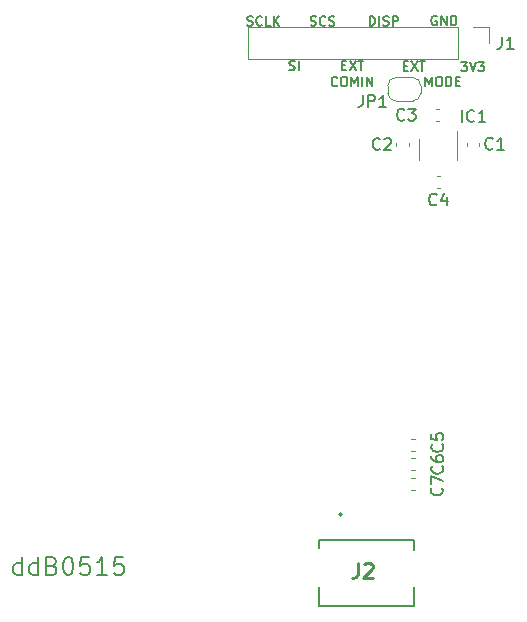
<source format=gbr>
%TF.GenerationSoftware,KiCad,Pcbnew,5.1.7-a382d34a8~88~ubuntu20.04.1*%
%TF.CreationDate,2020-12-22T17:38:33+00:00*%
%TF.ProjectId,DisplayBreakoutBoard,44697370-6c61-4794-9272-65616b6f7574,v1*%
%TF.SameCoordinates,Original*%
%TF.FileFunction,Legend,Top*%
%TF.FilePolarity,Positive*%
%FSLAX46Y46*%
G04 Gerber Fmt 4.6, Leading zero omitted, Abs format (unit mm)*
G04 Created by KiCad (PCBNEW 5.1.7-a382d34a8~88~ubuntu20.04.1) date 2020-12-22 17:38:33*
%MOMM*%
%LPD*%
G01*
G04 APERTURE LIST*
%ADD10C,0.150000*%
%ADD11C,0.200000*%
%ADD12C,0.120000*%
%ADD13C,0.254000*%
G04 APERTURE END LIST*
D10*
X30575714Y-79878571D02*
X30575714Y-78378571D01*
X30575714Y-79807142D02*
X30432857Y-79878571D01*
X30147142Y-79878571D01*
X30004285Y-79807142D01*
X29932857Y-79735714D01*
X29861428Y-79592857D01*
X29861428Y-79164285D01*
X29932857Y-79021428D01*
X30004285Y-78950000D01*
X30147142Y-78878571D01*
X30432857Y-78878571D01*
X30575714Y-78950000D01*
X31932857Y-79878571D02*
X31932857Y-78378571D01*
X31932857Y-79807142D02*
X31789999Y-79878571D01*
X31504285Y-79878571D01*
X31361428Y-79807142D01*
X31289999Y-79735714D01*
X31218571Y-79592857D01*
X31218571Y-79164285D01*
X31289999Y-79021428D01*
X31361428Y-78950000D01*
X31504285Y-78878571D01*
X31789999Y-78878571D01*
X31932857Y-78950000D01*
X33147142Y-79092857D02*
X33361428Y-79164285D01*
X33432857Y-79235714D01*
X33504285Y-79378571D01*
X33504285Y-79592857D01*
X33432857Y-79735714D01*
X33361428Y-79807142D01*
X33218571Y-79878571D01*
X32647142Y-79878571D01*
X32647142Y-78378571D01*
X33147142Y-78378571D01*
X33289999Y-78450000D01*
X33361428Y-78521428D01*
X33432857Y-78664285D01*
X33432857Y-78807142D01*
X33361428Y-78950000D01*
X33289999Y-79021428D01*
X33147142Y-79092857D01*
X32647142Y-79092857D01*
X34432857Y-78378571D02*
X34575714Y-78378571D01*
X34718571Y-78450000D01*
X34790000Y-78521428D01*
X34861428Y-78664285D01*
X34932857Y-78950000D01*
X34932857Y-79307142D01*
X34861428Y-79592857D01*
X34790000Y-79735714D01*
X34718571Y-79807142D01*
X34575714Y-79878571D01*
X34432857Y-79878571D01*
X34290000Y-79807142D01*
X34218571Y-79735714D01*
X34147142Y-79592857D01*
X34075714Y-79307142D01*
X34075714Y-78950000D01*
X34147142Y-78664285D01*
X34218571Y-78521428D01*
X34290000Y-78450000D01*
X34432857Y-78378571D01*
X36290000Y-78378571D02*
X35575714Y-78378571D01*
X35504285Y-79092857D01*
X35575714Y-79021428D01*
X35718571Y-78950000D01*
X36075714Y-78950000D01*
X36218571Y-79021428D01*
X36290000Y-79092857D01*
X36361428Y-79235714D01*
X36361428Y-79592857D01*
X36290000Y-79735714D01*
X36218571Y-79807142D01*
X36075714Y-79878571D01*
X35718571Y-79878571D01*
X35575714Y-79807142D01*
X35504285Y-79735714D01*
X37790000Y-79878571D02*
X36932857Y-79878571D01*
X37361428Y-79878571D02*
X37361428Y-78378571D01*
X37218571Y-78592857D01*
X37075714Y-78735714D01*
X36932857Y-78807142D01*
X39147142Y-78378571D02*
X38432857Y-78378571D01*
X38361428Y-79092857D01*
X38432857Y-79021428D01*
X38575714Y-78950000D01*
X38932857Y-78950000D01*
X39075714Y-79021428D01*
X39147142Y-79092857D01*
X39218571Y-79235714D01*
X39218571Y-79592857D01*
X39147142Y-79735714D01*
X39075714Y-79807142D01*
X38932857Y-79878571D01*
X38575714Y-79878571D01*
X38432857Y-79807142D01*
X38361428Y-79735714D01*
X49647619Y-33323809D02*
X49761904Y-33361904D01*
X49952380Y-33361904D01*
X50028571Y-33323809D01*
X50066666Y-33285714D01*
X50104761Y-33209523D01*
X50104761Y-33133333D01*
X50066666Y-33057142D01*
X50028571Y-33019047D01*
X49952380Y-32980952D01*
X49800000Y-32942857D01*
X49723809Y-32904761D01*
X49685714Y-32866666D01*
X49647619Y-32790476D01*
X49647619Y-32714285D01*
X49685714Y-32638095D01*
X49723809Y-32600000D01*
X49800000Y-32561904D01*
X49990476Y-32561904D01*
X50104761Y-32600000D01*
X50904761Y-33285714D02*
X50866666Y-33323809D01*
X50752380Y-33361904D01*
X50676190Y-33361904D01*
X50561904Y-33323809D01*
X50485714Y-33247619D01*
X50447619Y-33171428D01*
X50409523Y-33019047D01*
X50409523Y-32904761D01*
X50447619Y-32752380D01*
X50485714Y-32676190D01*
X50561904Y-32600000D01*
X50676190Y-32561904D01*
X50752380Y-32561904D01*
X50866666Y-32600000D01*
X50904761Y-32638095D01*
X51628571Y-33361904D02*
X51247619Y-33361904D01*
X51247619Y-32561904D01*
X51895238Y-33361904D02*
X51895238Y-32561904D01*
X52352380Y-33361904D02*
X52009523Y-32904761D01*
X52352380Y-32561904D02*
X51895238Y-33019047D01*
X53205952Y-37098809D02*
X53320238Y-37136904D01*
X53510714Y-37136904D01*
X53586904Y-37098809D01*
X53625000Y-37060714D01*
X53663095Y-36984523D01*
X53663095Y-36908333D01*
X53625000Y-36832142D01*
X53586904Y-36794047D01*
X53510714Y-36755952D01*
X53358333Y-36717857D01*
X53282142Y-36679761D01*
X53244047Y-36641666D01*
X53205952Y-36565476D01*
X53205952Y-36489285D01*
X53244047Y-36413095D01*
X53282142Y-36375000D01*
X53358333Y-36336904D01*
X53548809Y-36336904D01*
X53663095Y-36375000D01*
X54005952Y-37136904D02*
X54005952Y-36336904D01*
X55015476Y-33323809D02*
X55129761Y-33361904D01*
X55320238Y-33361904D01*
X55396428Y-33323809D01*
X55434523Y-33285714D01*
X55472619Y-33209523D01*
X55472619Y-33133333D01*
X55434523Y-33057142D01*
X55396428Y-33019047D01*
X55320238Y-32980952D01*
X55167857Y-32942857D01*
X55091666Y-32904761D01*
X55053571Y-32866666D01*
X55015476Y-32790476D01*
X55015476Y-32714285D01*
X55053571Y-32638095D01*
X55091666Y-32600000D01*
X55167857Y-32561904D01*
X55358333Y-32561904D01*
X55472619Y-32600000D01*
X56272619Y-33285714D02*
X56234523Y-33323809D01*
X56120238Y-33361904D01*
X56044047Y-33361904D01*
X55929761Y-33323809D01*
X55853571Y-33247619D01*
X55815476Y-33171428D01*
X55777380Y-33019047D01*
X55777380Y-32904761D01*
X55815476Y-32752380D01*
X55853571Y-32676190D01*
X55929761Y-32600000D01*
X56044047Y-32561904D01*
X56120238Y-32561904D01*
X56234523Y-32600000D01*
X56272619Y-32638095D01*
X56577380Y-33323809D02*
X56691666Y-33361904D01*
X56882142Y-33361904D01*
X56958333Y-33323809D01*
X56996428Y-33285714D01*
X57034523Y-33209523D01*
X57034523Y-33133333D01*
X56996428Y-33057142D01*
X56958333Y-33019047D01*
X56882142Y-32980952D01*
X56729761Y-32942857D01*
X56653571Y-32904761D01*
X56615476Y-32866666D01*
X56577380Y-32790476D01*
X56577380Y-32714285D01*
X56615476Y-32638095D01*
X56653571Y-32600000D01*
X56729761Y-32561904D01*
X56920238Y-32561904D01*
X57034523Y-32600000D01*
X57667857Y-36717857D02*
X57934523Y-36717857D01*
X58048809Y-37136904D02*
X57667857Y-37136904D01*
X57667857Y-36336904D01*
X58048809Y-36336904D01*
X58315476Y-36336904D02*
X58848809Y-37136904D01*
X58848809Y-36336904D02*
X58315476Y-37136904D01*
X59039285Y-36336904D02*
X59496428Y-36336904D01*
X59267857Y-37136904D02*
X59267857Y-36336904D01*
X57286904Y-38410714D02*
X57248809Y-38448809D01*
X57134523Y-38486904D01*
X57058333Y-38486904D01*
X56944047Y-38448809D01*
X56867857Y-38372619D01*
X56829761Y-38296428D01*
X56791666Y-38144047D01*
X56791666Y-38029761D01*
X56829761Y-37877380D01*
X56867857Y-37801190D01*
X56944047Y-37725000D01*
X57058333Y-37686904D01*
X57134523Y-37686904D01*
X57248809Y-37725000D01*
X57286904Y-37763095D01*
X57782142Y-37686904D02*
X57934523Y-37686904D01*
X58010714Y-37725000D01*
X58086904Y-37801190D01*
X58125000Y-37953571D01*
X58125000Y-38220238D01*
X58086904Y-38372619D01*
X58010714Y-38448809D01*
X57934523Y-38486904D01*
X57782142Y-38486904D01*
X57705952Y-38448809D01*
X57629761Y-38372619D01*
X57591666Y-38220238D01*
X57591666Y-37953571D01*
X57629761Y-37801190D01*
X57705952Y-37725000D01*
X57782142Y-37686904D01*
X58467857Y-38486904D02*
X58467857Y-37686904D01*
X58734523Y-38258333D01*
X59001190Y-37686904D01*
X59001190Y-38486904D01*
X59382142Y-38486904D02*
X59382142Y-37686904D01*
X59763095Y-38486904D02*
X59763095Y-37686904D01*
X60220238Y-38486904D01*
X60220238Y-37686904D01*
X60019047Y-33361904D02*
X60019047Y-32561904D01*
X60209523Y-32561904D01*
X60323809Y-32600000D01*
X60400000Y-32676190D01*
X60438095Y-32752380D01*
X60476190Y-32904761D01*
X60476190Y-33019047D01*
X60438095Y-33171428D01*
X60400000Y-33247619D01*
X60323809Y-33323809D01*
X60209523Y-33361904D01*
X60019047Y-33361904D01*
X60819047Y-33361904D02*
X60819047Y-32561904D01*
X61161904Y-33323809D02*
X61276190Y-33361904D01*
X61466666Y-33361904D01*
X61542857Y-33323809D01*
X61580952Y-33285714D01*
X61619047Y-33209523D01*
X61619047Y-33133333D01*
X61580952Y-33057142D01*
X61542857Y-33019047D01*
X61466666Y-32980952D01*
X61314285Y-32942857D01*
X61238095Y-32904761D01*
X61200000Y-32866666D01*
X61161904Y-32790476D01*
X61161904Y-32714285D01*
X61200000Y-32638095D01*
X61238095Y-32600000D01*
X61314285Y-32561904D01*
X61504761Y-32561904D01*
X61619047Y-32600000D01*
X61961904Y-33361904D02*
X61961904Y-32561904D01*
X62266666Y-32561904D01*
X62342857Y-32600000D01*
X62380952Y-32638095D01*
X62419047Y-32714285D01*
X62419047Y-32828571D01*
X62380952Y-32904761D01*
X62342857Y-32942857D01*
X62266666Y-32980952D01*
X61961904Y-32980952D01*
X62892857Y-36742857D02*
X63159523Y-36742857D01*
X63273809Y-37161904D02*
X62892857Y-37161904D01*
X62892857Y-36361904D01*
X63273809Y-36361904D01*
X63540476Y-36361904D02*
X64073809Y-37161904D01*
X64073809Y-36361904D02*
X63540476Y-37161904D01*
X64264285Y-36361904D02*
X64721428Y-36361904D01*
X64492857Y-37161904D02*
X64492857Y-36361904D01*
X64740476Y-38511904D02*
X64740476Y-37711904D01*
X65007142Y-38283333D01*
X65273809Y-37711904D01*
X65273809Y-38511904D01*
X65807142Y-37711904D02*
X65959523Y-37711904D01*
X66035714Y-37750000D01*
X66111904Y-37826190D01*
X66150000Y-37978571D01*
X66150000Y-38245238D01*
X66111904Y-38397619D01*
X66035714Y-38473809D01*
X65959523Y-38511904D01*
X65807142Y-38511904D01*
X65730952Y-38473809D01*
X65654761Y-38397619D01*
X65616666Y-38245238D01*
X65616666Y-37978571D01*
X65654761Y-37826190D01*
X65730952Y-37750000D01*
X65807142Y-37711904D01*
X66492857Y-38511904D02*
X66492857Y-37711904D01*
X66683333Y-37711904D01*
X66797619Y-37750000D01*
X66873809Y-37826190D01*
X66911904Y-37902380D01*
X66950000Y-38054761D01*
X66950000Y-38169047D01*
X66911904Y-38321428D01*
X66873809Y-38397619D01*
X66797619Y-38473809D01*
X66683333Y-38511904D01*
X66492857Y-38511904D01*
X67292857Y-38092857D02*
X67559523Y-38092857D01*
X67673809Y-38511904D02*
X67292857Y-38511904D01*
X67292857Y-37711904D01*
X67673809Y-37711904D01*
D11*
X65690476Y-32550000D02*
X65614285Y-32511904D01*
X65500000Y-32511904D01*
X65385714Y-32550000D01*
X65309523Y-32626190D01*
X65271428Y-32702380D01*
X65233333Y-32854761D01*
X65233333Y-32969047D01*
X65271428Y-33121428D01*
X65309523Y-33197619D01*
X65385714Y-33273809D01*
X65500000Y-33311904D01*
X65576190Y-33311904D01*
X65690476Y-33273809D01*
X65728571Y-33235714D01*
X65728571Y-32969047D01*
X65576190Y-32969047D01*
X66071428Y-33311904D02*
X66071428Y-32511904D01*
X66528571Y-33311904D01*
X66528571Y-32511904D01*
X66909523Y-33311904D02*
X66909523Y-32511904D01*
X67100000Y-32511904D01*
X67214285Y-32550000D01*
X67290476Y-32626190D01*
X67328571Y-32702380D01*
X67366666Y-32854761D01*
X67366666Y-32969047D01*
X67328571Y-33121428D01*
X67290476Y-33197619D01*
X67214285Y-33273809D01*
X67100000Y-33311904D01*
X66909523Y-33311904D01*
X67784523Y-36436904D02*
X68279761Y-36436904D01*
X68013095Y-36741666D01*
X68127380Y-36741666D01*
X68203571Y-36779761D01*
X68241666Y-36817857D01*
X68279761Y-36894047D01*
X68279761Y-37084523D01*
X68241666Y-37160714D01*
X68203571Y-37198809D01*
X68127380Y-37236904D01*
X67898809Y-37236904D01*
X67822619Y-37198809D01*
X67784523Y-37160714D01*
X68508333Y-36436904D02*
X68775000Y-37236904D01*
X69041666Y-36436904D01*
X69232142Y-36436904D02*
X69727380Y-36436904D01*
X69460714Y-36741666D01*
X69575000Y-36741666D01*
X69651190Y-36779761D01*
X69689285Y-36817857D01*
X69727380Y-36894047D01*
X69727380Y-37084523D01*
X69689285Y-37160714D01*
X69651190Y-37198809D01*
X69575000Y-37236904D01*
X69346428Y-37236904D01*
X69270238Y-37198809D01*
X69232142Y-37160714D01*
D12*
%TO.C,C1*%
X69310000Y-43540580D02*
X69310000Y-43259420D01*
X68290000Y-43540580D02*
X68290000Y-43259420D01*
%TO.C,C2*%
X62290000Y-43540580D02*
X62290000Y-43259420D01*
X63310000Y-43540580D02*
X63310000Y-43259420D01*
%TO.C,C3*%
X65609420Y-41460000D02*
X65890580Y-41460000D01*
X65609420Y-40440000D02*
X65890580Y-40440000D01*
%TO.C,C4*%
X65709420Y-46065000D02*
X65990580Y-46065000D01*
X65709420Y-47085000D02*
X65990580Y-47085000D01*
%TO.C,C5*%
X63840580Y-69360000D02*
X63559420Y-69360000D01*
X63840580Y-68340000D02*
X63559420Y-68340000D01*
%TO.C,C6*%
X63559420Y-71010000D02*
X63840580Y-71010000D01*
X63559420Y-69990000D02*
X63840580Y-69990000D01*
%TO.C,C7*%
X63559420Y-72660000D02*
X63840580Y-72660000D01*
X63559420Y-71640000D02*
X63840580Y-71640000D01*
%TO.C,IC1*%
X67410000Y-44725000D02*
X67410000Y-42275000D01*
X64190000Y-42925000D02*
X64190000Y-44725000D01*
%TO.C,J1*%
X70130000Y-33520000D02*
X70130000Y-34850000D01*
X68800000Y-33520000D02*
X70130000Y-33520000D01*
X67530000Y-33520000D02*
X67530000Y-36180000D01*
X67530000Y-36180000D02*
X49690000Y-36180000D01*
X67530000Y-33520000D02*
X49690000Y-33520000D01*
X49690000Y-33520000D02*
X49690000Y-36180000D01*
D11*
%TO.C,J2*%
X57660160Y-74747000D02*
G75*
G03*
X57660160Y-74747000I-113160J0D01*
G01*
X63800000Y-76900000D02*
X63800000Y-77800000D01*
X55700000Y-76900000D02*
X55700000Y-77600000D01*
X55700000Y-76900000D02*
X63800000Y-76900000D01*
X63800000Y-82500000D02*
X63800000Y-80860000D01*
X55700000Y-82500000D02*
X55700000Y-80860000D01*
X55700000Y-82500000D02*
X63800000Y-82500000D01*
D12*
%TO.C,JP1*%
X62250000Y-37750000D02*
X63650000Y-37750000D01*
X64350000Y-38450000D02*
X64350000Y-39050000D01*
X63650000Y-39750000D02*
X62250000Y-39750000D01*
X61550000Y-39050000D02*
X61550000Y-38450000D01*
X63650000Y-37750000D02*
G75*
G02*
X64350000Y-38450000I0J-700000D01*
G01*
X64350000Y-39050000D02*
G75*
G02*
X63650000Y-39750000I-700000J0D01*
G01*
X62250000Y-39750000D02*
G75*
G02*
X61550000Y-39050000I0J700000D01*
G01*
X61550000Y-38450000D02*
G75*
G02*
X62250000Y-37750000I700000J0D01*
G01*
%TO.C,C1*%
D10*
X70433333Y-43757142D02*
X70385714Y-43804761D01*
X70242857Y-43852380D01*
X70147619Y-43852380D01*
X70004761Y-43804761D01*
X69909523Y-43709523D01*
X69861904Y-43614285D01*
X69814285Y-43423809D01*
X69814285Y-43280952D01*
X69861904Y-43090476D01*
X69909523Y-42995238D01*
X70004761Y-42900000D01*
X70147619Y-42852380D01*
X70242857Y-42852380D01*
X70385714Y-42900000D01*
X70433333Y-42947619D01*
X71385714Y-43852380D02*
X70814285Y-43852380D01*
X71100000Y-43852380D02*
X71100000Y-42852380D01*
X71004761Y-42995238D01*
X70909523Y-43090476D01*
X70814285Y-43138095D01*
%TO.C,C2*%
X60883333Y-43782142D02*
X60835714Y-43829761D01*
X60692857Y-43877380D01*
X60597619Y-43877380D01*
X60454761Y-43829761D01*
X60359523Y-43734523D01*
X60311904Y-43639285D01*
X60264285Y-43448809D01*
X60264285Y-43305952D01*
X60311904Y-43115476D01*
X60359523Y-43020238D01*
X60454761Y-42925000D01*
X60597619Y-42877380D01*
X60692857Y-42877380D01*
X60835714Y-42925000D01*
X60883333Y-42972619D01*
X61264285Y-42972619D02*
X61311904Y-42925000D01*
X61407142Y-42877380D01*
X61645238Y-42877380D01*
X61740476Y-42925000D01*
X61788095Y-42972619D01*
X61835714Y-43067857D01*
X61835714Y-43163095D01*
X61788095Y-43305952D01*
X61216666Y-43877380D01*
X61835714Y-43877380D01*
%TO.C,C3*%
X62958333Y-41307142D02*
X62910714Y-41354761D01*
X62767857Y-41402380D01*
X62672619Y-41402380D01*
X62529761Y-41354761D01*
X62434523Y-41259523D01*
X62386904Y-41164285D01*
X62339285Y-40973809D01*
X62339285Y-40830952D01*
X62386904Y-40640476D01*
X62434523Y-40545238D01*
X62529761Y-40450000D01*
X62672619Y-40402380D01*
X62767857Y-40402380D01*
X62910714Y-40450000D01*
X62958333Y-40497619D01*
X63291666Y-40402380D02*
X63910714Y-40402380D01*
X63577380Y-40783333D01*
X63720238Y-40783333D01*
X63815476Y-40830952D01*
X63863095Y-40878571D01*
X63910714Y-40973809D01*
X63910714Y-41211904D01*
X63863095Y-41307142D01*
X63815476Y-41354761D01*
X63720238Y-41402380D01*
X63434523Y-41402380D01*
X63339285Y-41354761D01*
X63291666Y-41307142D01*
%TO.C,C4*%
X65683333Y-48482142D02*
X65635714Y-48529761D01*
X65492857Y-48577380D01*
X65397619Y-48577380D01*
X65254761Y-48529761D01*
X65159523Y-48434523D01*
X65111904Y-48339285D01*
X65064285Y-48148809D01*
X65064285Y-48005952D01*
X65111904Y-47815476D01*
X65159523Y-47720238D01*
X65254761Y-47625000D01*
X65397619Y-47577380D01*
X65492857Y-47577380D01*
X65635714Y-47625000D01*
X65683333Y-47672619D01*
X66540476Y-47910714D02*
X66540476Y-48577380D01*
X66302380Y-47529761D02*
X66064285Y-48244047D01*
X66683333Y-48244047D01*
%TO.C,C5*%
X66157142Y-68816666D02*
X66204761Y-68864285D01*
X66252380Y-69007142D01*
X66252380Y-69102380D01*
X66204761Y-69245238D01*
X66109523Y-69340476D01*
X66014285Y-69388095D01*
X65823809Y-69435714D01*
X65680952Y-69435714D01*
X65490476Y-69388095D01*
X65395238Y-69340476D01*
X65300000Y-69245238D01*
X65252380Y-69102380D01*
X65252380Y-69007142D01*
X65300000Y-68864285D01*
X65347619Y-68816666D01*
X65252380Y-67911904D02*
X65252380Y-68388095D01*
X65728571Y-68435714D01*
X65680952Y-68388095D01*
X65633333Y-68292857D01*
X65633333Y-68054761D01*
X65680952Y-67959523D01*
X65728571Y-67911904D01*
X65823809Y-67864285D01*
X66061904Y-67864285D01*
X66157142Y-67911904D01*
X66204761Y-67959523D01*
X66252380Y-68054761D01*
X66252380Y-68292857D01*
X66204761Y-68388095D01*
X66157142Y-68435714D01*
%TO.C,C6*%
X66157142Y-70666666D02*
X66204761Y-70714285D01*
X66252380Y-70857142D01*
X66252380Y-70952380D01*
X66204761Y-71095238D01*
X66109523Y-71190476D01*
X66014285Y-71238095D01*
X65823809Y-71285714D01*
X65680952Y-71285714D01*
X65490476Y-71238095D01*
X65395238Y-71190476D01*
X65300000Y-71095238D01*
X65252380Y-70952380D01*
X65252380Y-70857142D01*
X65300000Y-70714285D01*
X65347619Y-70666666D01*
X65252380Y-69809523D02*
X65252380Y-70000000D01*
X65300000Y-70095238D01*
X65347619Y-70142857D01*
X65490476Y-70238095D01*
X65680952Y-70285714D01*
X66061904Y-70285714D01*
X66157142Y-70238095D01*
X66204761Y-70190476D01*
X66252380Y-70095238D01*
X66252380Y-69904761D01*
X66204761Y-69809523D01*
X66157142Y-69761904D01*
X66061904Y-69714285D01*
X65823809Y-69714285D01*
X65728571Y-69761904D01*
X65680952Y-69809523D01*
X65633333Y-69904761D01*
X65633333Y-70095238D01*
X65680952Y-70190476D01*
X65728571Y-70238095D01*
X65823809Y-70285714D01*
%TO.C,C7*%
X66107142Y-72516666D02*
X66154761Y-72564285D01*
X66202380Y-72707142D01*
X66202380Y-72802380D01*
X66154761Y-72945238D01*
X66059523Y-73040476D01*
X65964285Y-73088095D01*
X65773809Y-73135714D01*
X65630952Y-73135714D01*
X65440476Y-73088095D01*
X65345238Y-73040476D01*
X65250000Y-72945238D01*
X65202380Y-72802380D01*
X65202380Y-72707142D01*
X65250000Y-72564285D01*
X65297619Y-72516666D01*
X65202380Y-72183333D02*
X65202380Y-71516666D01*
X66202380Y-71945238D01*
%TO.C,IC1*%
X67823809Y-41502380D02*
X67823809Y-40502380D01*
X68871428Y-41407142D02*
X68823809Y-41454761D01*
X68680952Y-41502380D01*
X68585714Y-41502380D01*
X68442857Y-41454761D01*
X68347619Y-41359523D01*
X68300000Y-41264285D01*
X68252380Y-41073809D01*
X68252380Y-40930952D01*
X68300000Y-40740476D01*
X68347619Y-40645238D01*
X68442857Y-40550000D01*
X68585714Y-40502380D01*
X68680952Y-40502380D01*
X68823809Y-40550000D01*
X68871428Y-40597619D01*
X69823809Y-41502380D02*
X69252380Y-41502380D01*
X69538095Y-41502380D02*
X69538095Y-40502380D01*
X69442857Y-40645238D01*
X69347619Y-40740476D01*
X69252380Y-40788095D01*
%TO.C,J1*%
X71216666Y-34302380D02*
X71216666Y-35016666D01*
X71169047Y-35159523D01*
X71073809Y-35254761D01*
X70930952Y-35302380D01*
X70835714Y-35302380D01*
X72216666Y-35302380D02*
X71645238Y-35302380D01*
X71930952Y-35302380D02*
X71930952Y-34302380D01*
X71835714Y-34445238D01*
X71740476Y-34540476D01*
X71645238Y-34588095D01*
%TO.C,J2*%
D13*
X59011576Y-78858413D02*
X59011576Y-79765556D01*
X58951100Y-79946985D01*
X58830148Y-80067937D01*
X58648719Y-80128413D01*
X58527767Y-80128413D01*
X59555862Y-78979366D02*
X59616338Y-78918890D01*
X59737290Y-78858413D01*
X60039671Y-78858413D01*
X60160624Y-78918890D01*
X60221100Y-78979366D01*
X60281576Y-79100318D01*
X60281576Y-79221270D01*
X60221100Y-79402699D01*
X59495386Y-80128413D01*
X60281576Y-80128413D01*
%TO.C,JP1*%
D10*
X59416666Y-39252380D02*
X59416666Y-39966666D01*
X59369047Y-40109523D01*
X59273809Y-40204761D01*
X59130952Y-40252380D01*
X59035714Y-40252380D01*
X59892857Y-40252380D02*
X59892857Y-39252380D01*
X60273809Y-39252380D01*
X60369047Y-39300000D01*
X60416666Y-39347619D01*
X60464285Y-39442857D01*
X60464285Y-39585714D01*
X60416666Y-39680952D01*
X60369047Y-39728571D01*
X60273809Y-39776190D01*
X59892857Y-39776190D01*
X61416666Y-40252380D02*
X60845238Y-40252380D01*
X61130952Y-40252380D02*
X61130952Y-39252380D01*
X61035714Y-39395238D01*
X60940476Y-39490476D01*
X60845238Y-39538095D01*
%TD*%
M02*

</source>
